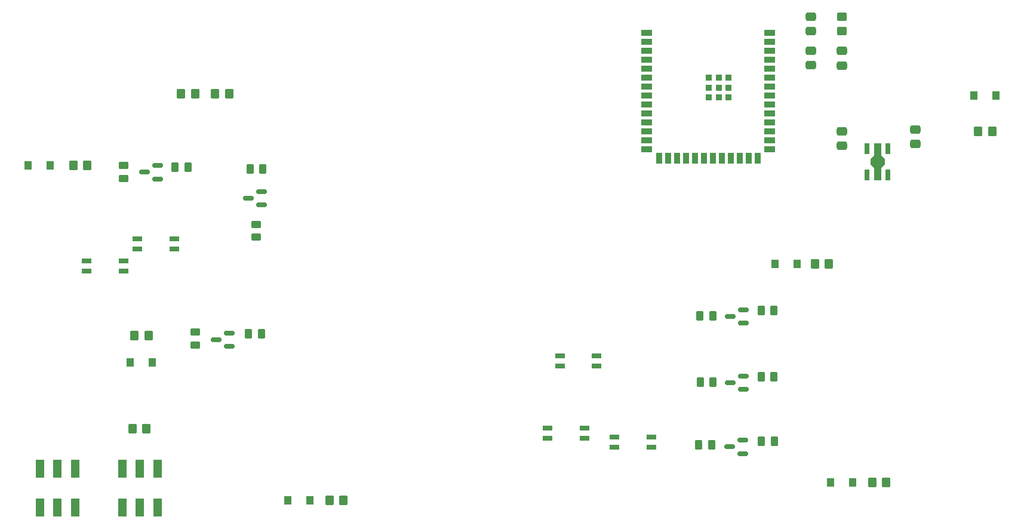
<source format=gbp>
%TF.GenerationSoftware,KiCad,Pcbnew,7.0.1-0*%
%TF.CreationDate,2023-04-14T16:50:01-04:00*%
%TF.ProjectId,WrightSpace,57726967-6874-4537-9061-63652e6b6963,v01*%
%TF.SameCoordinates,Original*%
%TF.FileFunction,Paste,Bot*%
%TF.FilePolarity,Positive*%
%FSLAX46Y46*%
G04 Gerber Fmt 4.6, Leading zero omitted, Abs format (unit mm)*
G04 Created by KiCad (PCBNEW 7.0.1-0) date 2023-04-14 16:50:01*
%MOMM*%
%LPD*%
G01*
G04 APERTURE LIST*
G04 Aperture macros list*
%AMRoundRect*
0 Rectangle with rounded corners*
0 $1 Rounding radius*
0 $2 $3 $4 $5 $6 $7 $8 $9 X,Y pos of 4 corners*
0 Add a 4 corners polygon primitive as box body*
4,1,4,$2,$3,$4,$5,$6,$7,$8,$9,$2,$3,0*
0 Add four circle primitives for the rounded corners*
1,1,$1+$1,$2,$3*
1,1,$1+$1,$4,$5*
1,1,$1+$1,$6,$7*
1,1,$1+$1,$8,$9*
0 Add four rect primitives between the rounded corners*
20,1,$1+$1,$2,$3,$4,$5,0*
20,1,$1+$1,$4,$5,$6,$7,0*
20,1,$1+$1,$6,$7,$8,$9,0*
20,1,$1+$1,$8,$9,$2,$3,0*%
%AMFreePoly0*
4,1,13,0.900000,0.500000,2.600000,0.500000,2.600000,-0.500000,0.900000,-0.500000,0.400000,-1.000000,-0.400000,-1.000000,-0.900000,-0.500000,-2.600000,-0.500000,-2.600000,0.500000,-0.900000,0.500000,-0.400000,1.000000,0.400000,1.000000,0.900000,0.500000,0.900000,0.500000,$1*%
G04 Aperture macros list end*
%ADD10RoundRect,0.250000X-0.450000X0.262500X-0.450000X-0.262500X0.450000X-0.262500X0.450000X0.262500X0*%
%ADD11RoundRect,0.250000X-0.350000X-0.450000X0.350000X-0.450000X0.350000X0.450000X-0.350000X0.450000X0*%
%ADD12R,1.080000X1.250000*%
%ADD13RoundRect,0.250000X0.262500X0.450000X-0.262500X0.450000X-0.262500X-0.450000X0.262500X-0.450000X0*%
%ADD14RoundRect,0.250000X0.350000X0.450000X-0.350000X0.450000X-0.350000X-0.450000X0.350000X-0.450000X0*%
%ADD15R,1.200000X2.500000*%
%ADD16RoundRect,0.150000X0.587500X0.150000X-0.587500X0.150000X-0.587500X-0.150000X0.587500X-0.150000X0*%
%ADD17RoundRect,0.250000X-0.475000X0.337500X-0.475000X-0.337500X0.475000X-0.337500X0.475000X0.337500X0*%
%ADD18R,1.400000X0.800000*%
%ADD19RoundRect,0.250000X0.450000X-0.350000X0.450000X0.350000X-0.450000X0.350000X-0.450000X-0.350000X0*%
%ADD20R,0.700000X1.500000*%
%ADD21FreePoly0,90.000000*%
%ADD22RoundRect,0.250000X0.475000X-0.337500X0.475000X0.337500X-0.475000X0.337500X-0.475000X-0.337500X0*%
%ADD23R,1.500000X0.900000*%
%ADD24R,0.900000X1.500000*%
%ADD25R,0.900000X0.900000*%
G04 APERTURE END LIST*
D10*
%TO.C,R1*%
X107188000Y-84074000D03*
X107188000Y-85899000D03*
%TD*%
D11*
%TO.C,R20*%
X100076000Y-84074000D03*
X102076000Y-84074000D03*
%TD*%
D12*
%TO.C,D9*%
X96810000Y-84074000D03*
X93690000Y-84074000D03*
%TD*%
%TO.C,D6*%
X230922000Y-74168000D03*
X227802000Y-74168000D03*
%TD*%
D13*
%TO.C,R13*%
X190601500Y-123722700D03*
X188776500Y-123722700D03*
%TD*%
D14*
%TO.C,R7*%
X110458000Y-121412000D03*
X108458000Y-121412000D03*
%TD*%
%TO.C,R17*%
X230378000Y-79248000D03*
X228378000Y-79248000D03*
%TD*%
D10*
%TO.C,R2*%
X125984000Y-94234000D03*
X125984000Y-92409000D03*
%TD*%
D15*
%TO.C,SW2*%
X112014000Y-132588000D03*
X112014000Y-127088000D03*
X109514000Y-132588000D03*
X109514000Y-127088000D03*
X107014000Y-132588000D03*
X107014000Y-127088000D03*
%TD*%
D16*
%TO.C,Q1*%
X112014000Y-84074000D03*
X112014000Y-85974000D03*
X110139000Y-85024000D03*
%TD*%
D13*
%TO.C,R12*%
X190801000Y-114808000D03*
X188976000Y-114808000D03*
%TD*%
D17*
%TO.C,C3*%
X209042000Y-67834000D03*
X209042000Y-69909000D03*
%TD*%
D10*
%TO.C,R3*%
X117348000Y-107696000D03*
X117348000Y-109521000D03*
%TD*%
D11*
%TO.C,R22*%
X136398000Y-131572000D03*
X138398000Y-131572000D03*
%TD*%
D18*
%TO.C,D2*%
X107188000Y-99060000D03*
X101988000Y-99060000D03*
X101988000Y-97610000D03*
X107188000Y-97610000D03*
%TD*%
D16*
%TO.C,Q6*%
X195016500Y-123026700D03*
X195016500Y-124926700D03*
X193141500Y-123976700D03*
%TD*%
D19*
%TO.C,R8*%
X209042000Y-65008000D03*
X209042000Y-63008000D03*
%TD*%
D20*
%TO.C,U1*%
X215622000Y-85416000D03*
D21*
X214122000Y-83566000D03*
D20*
X212622000Y-85416000D03*
X212622000Y-81716000D03*
X215622000Y-81716000D03*
%TD*%
D12*
%TO.C,D11*%
X133640000Y-131572000D03*
X130520000Y-131572000D03*
%TD*%
D17*
%TO.C,C1*%
X209042000Y-79205000D03*
X209042000Y-81280000D03*
%TD*%
D13*
%TO.C,R16*%
X199491500Y-123214700D03*
X197666500Y-123214700D03*
%TD*%
D16*
%TO.C,Q4*%
X195072000Y-104526000D03*
X195072000Y-106426000D03*
X193197000Y-105476000D03*
%TD*%
D18*
%TO.C,D4*%
X167363600Y-121286300D03*
X172563600Y-121286300D03*
X172563600Y-122736300D03*
X167363600Y-122736300D03*
%TD*%
D13*
%TO.C,R5*%
X125128000Y-84582000D03*
X126953000Y-84582000D03*
%TD*%
D22*
%TO.C,C4*%
X204702500Y-65024000D03*
X204702500Y-62949000D03*
%TD*%
D17*
%TO.C,C5*%
X204702500Y-67796500D03*
X204702500Y-69871500D03*
%TD*%
D15*
%TO.C,SW1*%
X100330000Y-132588000D03*
X100330000Y-127088000D03*
X97830000Y-132588000D03*
X97830000Y-127088000D03*
X95330000Y-132588000D03*
X95330000Y-127088000D03*
%TD*%
D11*
%TO.C,R21*%
X205232000Y-98044000D03*
X207232000Y-98044000D03*
%TD*%
D18*
%TO.C,D3*%
X169104000Y-111035000D03*
X174304000Y-111035000D03*
X174304000Y-112485000D03*
X169104000Y-112485000D03*
%TD*%
D14*
%TO.C,R19*%
X110744000Y-108204000D03*
X108744000Y-108204000D03*
%TD*%
D13*
%TO.C,R11*%
X190754000Y-105410000D03*
X188929000Y-105410000D03*
%TD*%
%TO.C,R14*%
X199437000Y-104648000D03*
X197612000Y-104648000D03*
%TD*%
D14*
%TO.C,R10*%
X117348000Y-73914000D03*
X115348000Y-73914000D03*
%TD*%
D16*
%TO.C,Q2*%
X124871000Y-88712000D03*
X126746000Y-89662000D03*
X126746000Y-87762000D03*
%TD*%
D18*
%TO.C,D1*%
X114397000Y-95915000D03*
X109197000Y-95915000D03*
X109197000Y-94465000D03*
X114397000Y-94465000D03*
%TD*%
D23*
%TO.C,U2*%
X198869000Y-65298000D03*
X198869000Y-66568000D03*
X198869000Y-67838000D03*
X198869000Y-69108000D03*
X198869000Y-70378000D03*
X198869000Y-71648000D03*
X198869000Y-72918000D03*
X198869000Y-74188000D03*
X198869000Y-75458000D03*
X198869000Y-76728000D03*
X198869000Y-77998000D03*
X198869000Y-79268000D03*
X198869000Y-80538000D03*
X198869000Y-81808000D03*
D24*
X197104000Y-83058000D03*
X195834000Y-83058000D03*
X194564000Y-83058000D03*
X193294000Y-83058000D03*
X192024000Y-83058000D03*
X190754000Y-83058000D03*
X189484000Y-83058000D03*
X188214000Y-83058000D03*
X186944000Y-83058000D03*
X185674000Y-83058000D03*
X184404000Y-83058000D03*
X183134000Y-83058000D03*
D23*
X181369000Y-81808000D03*
X181369000Y-80538000D03*
X181369000Y-79268000D03*
X181369000Y-77998000D03*
X181369000Y-76728000D03*
X181369000Y-75458000D03*
X181369000Y-74188000D03*
X181369000Y-72918000D03*
X181369000Y-71648000D03*
X181369000Y-70378000D03*
X181369000Y-69108000D03*
X181369000Y-67838000D03*
X181369000Y-66568000D03*
X181369000Y-65298000D03*
D25*
X193019000Y-74418000D03*
X193019000Y-73018000D03*
X193019000Y-71618000D03*
X191619000Y-74418000D03*
X191619000Y-73018000D03*
X191619000Y-71618000D03*
X190219000Y-74418000D03*
X190219000Y-73018000D03*
X190219000Y-71618000D03*
%TD*%
D13*
%TO.C,R15*%
X199437000Y-114046000D03*
X197612000Y-114046000D03*
%TD*%
D17*
%TO.C,C2*%
X219456000Y-78951000D03*
X219456000Y-81026000D03*
%TD*%
D11*
%TO.C,R18*%
X213376000Y-129032000D03*
X215376000Y-129032000D03*
%TD*%
D13*
%TO.C,R4*%
X116332000Y-84328000D03*
X114507000Y-84328000D03*
%TD*%
D12*
%TO.C,D10*%
X202728000Y-98044000D03*
X199608000Y-98044000D03*
%TD*%
%TO.C,D8*%
X111288000Y-112014000D03*
X108168000Y-112014000D03*
%TD*%
D14*
%TO.C,R9*%
X122174000Y-73914000D03*
X120174000Y-73914000D03*
%TD*%
D16*
%TO.C,Q3*%
X122174000Y-107828000D03*
X122174000Y-109728000D03*
X120299000Y-108778000D03*
%TD*%
%TO.C,Q5*%
X195119000Y-113924000D03*
X195119000Y-115824000D03*
X193244000Y-114874000D03*
%TD*%
D12*
%TO.C,D7*%
X210602000Y-129032000D03*
X207482000Y-129032000D03*
%TD*%
D13*
%TO.C,R6*%
X126746000Y-107950000D03*
X124921000Y-107950000D03*
%TD*%
D18*
%TO.C,D5*%
X176846600Y-122548500D03*
X182046600Y-122548500D03*
X182046600Y-123998500D03*
X176846600Y-123998500D03*
%TD*%
M02*

</source>
